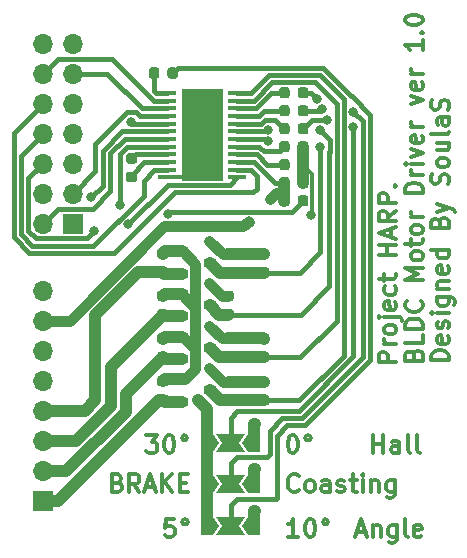
<source format=gtl>
%TF.GenerationSoftware,KiCad,Pcbnew,(5.1.6)-1*%
%TF.CreationDate,2020-08-11T11:23:43+09:00*%
%TF.ProjectId,BLDC_MD_DRV10970,424c4443-5f4d-4445-9f44-525631303937,rev?*%
%TF.SameCoordinates,Original*%
%TF.FileFunction,Copper,L1,Top*%
%TF.FilePolarity,Positive*%
%FSLAX46Y46*%
G04 Gerber Fmt 4.6, Leading zero omitted, Abs format (unit mm)*
G04 Created by KiCad (PCBNEW (5.1.6)-1) date 2020-08-11 11:23:43*
%MOMM*%
%LPD*%
G01*
G04 APERTURE LIST*
%TA.AperFunction,NonConductor*%
%ADD10C,0.300000*%
%TD*%
%TA.AperFunction,SMDPad,CuDef*%
%ADD11R,1.000000X0.700000*%
%TD*%
%TA.AperFunction,SMDPad,CuDef*%
%ADD12C,0.100000*%
%TD*%
%TA.AperFunction,Conductor*%
%ADD13C,0.100000*%
%TD*%
%TA.AperFunction,ComponentPad*%
%ADD14O,1.700000X1.700000*%
%TD*%
%TA.AperFunction,ComponentPad*%
%ADD15R,1.700000X1.700000*%
%TD*%
%TA.AperFunction,SMDPad,CuDef*%
%ADD16R,2.400000X3.280000*%
%TD*%
%TA.AperFunction,SMDPad,CuDef*%
%ADD17R,1.500000X0.450000*%
%TD*%
%TA.AperFunction,ViaPad*%
%ADD18C,0.800000*%
%TD*%
%TA.AperFunction,ViaPad*%
%ADD19C,0.600000*%
%TD*%
%TA.AperFunction,Conductor*%
%ADD20C,0.406400*%
%TD*%
%TA.AperFunction,Conductor*%
%ADD21C,0.914400*%
%TD*%
%TA.AperFunction,Conductor*%
%ADD22C,1.016000*%
%TD*%
%TA.AperFunction,Conductor*%
%ADD23C,0.304800*%
%TD*%
%TA.AperFunction,Conductor*%
%ADD24C,0.025400*%
%TD*%
G04 APERTURE END LIST*
D10*
X167892857Y-118607142D02*
X167964285Y-118392857D01*
X168035714Y-118321428D01*
X168178571Y-118250000D01*
X168392857Y-118250000D01*
X168535714Y-118321428D01*
X168607142Y-118392857D01*
X168678571Y-118535714D01*
X168678571Y-119107142D01*
X167178571Y-119107142D01*
X167178571Y-118607142D01*
X167250000Y-118464285D01*
X167321428Y-118392857D01*
X167464285Y-118321428D01*
X167607142Y-118321428D01*
X167750000Y-118392857D01*
X167821428Y-118464285D01*
X167892857Y-118607142D01*
X167892857Y-119107142D01*
X168678571Y-116892857D02*
X168678571Y-117607142D01*
X167178571Y-117607142D01*
X168678571Y-116392857D02*
X167178571Y-116392857D01*
X167178571Y-116035714D01*
X167250000Y-115821428D01*
X167392857Y-115678571D01*
X167535714Y-115607142D01*
X167821428Y-115535714D01*
X168035714Y-115535714D01*
X168321428Y-115607142D01*
X168464285Y-115678571D01*
X168607142Y-115821428D01*
X168678571Y-116035714D01*
X168678571Y-116392857D01*
X168535714Y-114035714D02*
X168607142Y-114107142D01*
X168678571Y-114321428D01*
X168678571Y-114464285D01*
X168607142Y-114678571D01*
X168464285Y-114821428D01*
X168321428Y-114892857D01*
X168035714Y-114964285D01*
X167821428Y-114964285D01*
X167535714Y-114892857D01*
X167392857Y-114821428D01*
X167250000Y-114678571D01*
X167178571Y-114464285D01*
X167178571Y-114321428D01*
X167250000Y-114107142D01*
X167321428Y-114035714D01*
X168678571Y-112250000D02*
X167178571Y-112250000D01*
X168250000Y-111750000D01*
X167178571Y-111250000D01*
X168678571Y-111250000D01*
X168678571Y-110321428D02*
X168607142Y-110464285D01*
X168535714Y-110535714D01*
X168392857Y-110607142D01*
X167964285Y-110607142D01*
X167821428Y-110535714D01*
X167750000Y-110464285D01*
X167678571Y-110321428D01*
X167678571Y-110107142D01*
X167750000Y-109964285D01*
X167821428Y-109892857D01*
X167964285Y-109821428D01*
X168392857Y-109821428D01*
X168535714Y-109892857D01*
X168607142Y-109964285D01*
X168678571Y-110107142D01*
X168678571Y-110321428D01*
X167678571Y-109392857D02*
X167678571Y-108821428D01*
X167178571Y-109178571D02*
X168464285Y-109178571D01*
X168607142Y-109107142D01*
X168678571Y-108964285D01*
X168678571Y-108821428D01*
X168678571Y-108107142D02*
X168607142Y-108250000D01*
X168535714Y-108321428D01*
X168392857Y-108392857D01*
X167964285Y-108392857D01*
X167821428Y-108321428D01*
X167750000Y-108250000D01*
X167678571Y-108107142D01*
X167678571Y-107892857D01*
X167750000Y-107750000D01*
X167821428Y-107678571D01*
X167964285Y-107607142D01*
X168392857Y-107607142D01*
X168535714Y-107678571D01*
X168607142Y-107750000D01*
X168678571Y-107892857D01*
X168678571Y-108107142D01*
X168678571Y-106964285D02*
X167678571Y-106964285D01*
X167964285Y-106964285D02*
X167821428Y-106892857D01*
X167750000Y-106821428D01*
X167678571Y-106678571D01*
X167678571Y-106535714D01*
X168678571Y-104892857D02*
X167178571Y-104892857D01*
X167178571Y-104535714D01*
X167250000Y-104321428D01*
X167392857Y-104178571D01*
X167535714Y-104107142D01*
X167821428Y-104035714D01*
X168035714Y-104035714D01*
X168321428Y-104107142D01*
X168464285Y-104178571D01*
X168607142Y-104321428D01*
X168678571Y-104535714D01*
X168678571Y-104892857D01*
X168678571Y-103392857D02*
X167678571Y-103392857D01*
X167964285Y-103392857D02*
X167821428Y-103321428D01*
X167750000Y-103250000D01*
X167678571Y-103107142D01*
X167678571Y-102964285D01*
X168678571Y-102464285D02*
X167678571Y-102464285D01*
X167178571Y-102464285D02*
X167250000Y-102535714D01*
X167321428Y-102464285D01*
X167250000Y-102392857D01*
X167178571Y-102464285D01*
X167321428Y-102464285D01*
X167678571Y-101892857D02*
X168678571Y-101535714D01*
X167678571Y-101178571D01*
X168607142Y-100035714D02*
X168678571Y-100178571D01*
X168678571Y-100464285D01*
X168607142Y-100607142D01*
X168464285Y-100678571D01*
X167892857Y-100678571D01*
X167750000Y-100607142D01*
X167678571Y-100464285D01*
X167678571Y-100178571D01*
X167750000Y-100035714D01*
X167892857Y-99964285D01*
X168035714Y-99964285D01*
X168178571Y-100678571D01*
X168678571Y-99321428D02*
X167678571Y-99321428D01*
X167964285Y-99321428D02*
X167821428Y-99250000D01*
X167750000Y-99178571D01*
X167678571Y-99035714D01*
X167678571Y-98892857D01*
X167678571Y-97392857D02*
X168678571Y-97035714D01*
X167678571Y-96678571D01*
X168607142Y-95535714D02*
X168678571Y-95678571D01*
X168678571Y-95964285D01*
X168607142Y-96107142D01*
X168464285Y-96178571D01*
X167892857Y-96178571D01*
X167750000Y-96107142D01*
X167678571Y-95964285D01*
X167678571Y-95678571D01*
X167750000Y-95535714D01*
X167892857Y-95464285D01*
X168035714Y-95464285D01*
X168178571Y-96178571D01*
X168678571Y-94821428D02*
X167678571Y-94821428D01*
X167964285Y-94821428D02*
X167821428Y-94750000D01*
X167750000Y-94678571D01*
X167678571Y-94535714D01*
X167678571Y-94392857D01*
X168678571Y-91964285D02*
X168678571Y-92821428D01*
X168678571Y-92392857D02*
X167178571Y-92392857D01*
X167392857Y-92535714D01*
X167535714Y-92678571D01*
X167607142Y-92821428D01*
X168535714Y-91321428D02*
X168607142Y-91250000D01*
X168678571Y-91321428D01*
X168607142Y-91392857D01*
X168535714Y-91321428D01*
X168678571Y-91321428D01*
X167178571Y-90321428D02*
X167178571Y-90178571D01*
X167250000Y-90035714D01*
X167321428Y-89964285D01*
X167464285Y-89892857D01*
X167750000Y-89821428D01*
X168107142Y-89821428D01*
X168392857Y-89892857D01*
X168535714Y-89964285D01*
X168607142Y-90035714D01*
X168678571Y-90178571D01*
X168678571Y-90321428D01*
X168607142Y-90464285D01*
X168535714Y-90535714D01*
X168392857Y-90607142D01*
X168107142Y-90678571D01*
X167750000Y-90678571D01*
X167464285Y-90607142D01*
X167321428Y-90535714D01*
X167250000Y-90464285D01*
X167178571Y-90321428D01*
X170877771Y-119078800D02*
X169377771Y-119078800D01*
X169377771Y-118721657D01*
X169449200Y-118507371D01*
X169592057Y-118364514D01*
X169734914Y-118293085D01*
X170020628Y-118221657D01*
X170234914Y-118221657D01*
X170520628Y-118293085D01*
X170663485Y-118364514D01*
X170806342Y-118507371D01*
X170877771Y-118721657D01*
X170877771Y-119078800D01*
X170806342Y-117007371D02*
X170877771Y-117150228D01*
X170877771Y-117435942D01*
X170806342Y-117578800D01*
X170663485Y-117650228D01*
X170092057Y-117650228D01*
X169949200Y-117578800D01*
X169877771Y-117435942D01*
X169877771Y-117150228D01*
X169949200Y-117007371D01*
X170092057Y-116935942D01*
X170234914Y-116935942D01*
X170377771Y-117650228D01*
X170806342Y-116364514D02*
X170877771Y-116221657D01*
X170877771Y-115935942D01*
X170806342Y-115793085D01*
X170663485Y-115721657D01*
X170592057Y-115721657D01*
X170449200Y-115793085D01*
X170377771Y-115935942D01*
X170377771Y-116150228D01*
X170306342Y-116293085D01*
X170163485Y-116364514D01*
X170092057Y-116364514D01*
X169949200Y-116293085D01*
X169877771Y-116150228D01*
X169877771Y-115935942D01*
X169949200Y-115793085D01*
X170877771Y-115078800D02*
X169877771Y-115078800D01*
X169377771Y-115078800D02*
X169449200Y-115150228D01*
X169520628Y-115078800D01*
X169449200Y-115007371D01*
X169377771Y-115078800D01*
X169520628Y-115078800D01*
X169877771Y-113721657D02*
X171092057Y-113721657D01*
X171234914Y-113793085D01*
X171306342Y-113864514D01*
X171377771Y-114007371D01*
X171377771Y-114221657D01*
X171306342Y-114364514D01*
X170806342Y-113721657D02*
X170877771Y-113864514D01*
X170877771Y-114150228D01*
X170806342Y-114293085D01*
X170734914Y-114364514D01*
X170592057Y-114435942D01*
X170163485Y-114435942D01*
X170020628Y-114364514D01*
X169949200Y-114293085D01*
X169877771Y-114150228D01*
X169877771Y-113864514D01*
X169949200Y-113721657D01*
X169877771Y-113007371D02*
X170877771Y-113007371D01*
X170020628Y-113007371D02*
X169949200Y-112935942D01*
X169877771Y-112793085D01*
X169877771Y-112578800D01*
X169949200Y-112435942D01*
X170092057Y-112364514D01*
X170877771Y-112364514D01*
X170806342Y-111078800D02*
X170877771Y-111221657D01*
X170877771Y-111507371D01*
X170806342Y-111650228D01*
X170663485Y-111721657D01*
X170092057Y-111721657D01*
X169949200Y-111650228D01*
X169877771Y-111507371D01*
X169877771Y-111221657D01*
X169949200Y-111078800D01*
X170092057Y-111007371D01*
X170234914Y-111007371D01*
X170377771Y-111721657D01*
X170877771Y-109721657D02*
X169377771Y-109721657D01*
X170806342Y-109721657D02*
X170877771Y-109864514D01*
X170877771Y-110150228D01*
X170806342Y-110293085D01*
X170734914Y-110364514D01*
X170592057Y-110435942D01*
X170163485Y-110435942D01*
X170020628Y-110364514D01*
X169949200Y-110293085D01*
X169877771Y-110150228D01*
X169877771Y-109864514D01*
X169949200Y-109721657D01*
X170092057Y-107364514D02*
X170163485Y-107150228D01*
X170234914Y-107078800D01*
X170377771Y-107007371D01*
X170592057Y-107007371D01*
X170734914Y-107078800D01*
X170806342Y-107150228D01*
X170877771Y-107293085D01*
X170877771Y-107864514D01*
X169377771Y-107864514D01*
X169377771Y-107364514D01*
X169449200Y-107221657D01*
X169520628Y-107150228D01*
X169663485Y-107078800D01*
X169806342Y-107078800D01*
X169949200Y-107150228D01*
X170020628Y-107221657D01*
X170092057Y-107364514D01*
X170092057Y-107864514D01*
X169877771Y-106507371D02*
X170877771Y-106150228D01*
X169877771Y-105793085D02*
X170877771Y-106150228D01*
X171234914Y-106293085D01*
X171306342Y-106364514D01*
X171377771Y-106507371D01*
X170806342Y-104150228D02*
X170877771Y-103935942D01*
X170877771Y-103578800D01*
X170806342Y-103435942D01*
X170734914Y-103364514D01*
X170592057Y-103293085D01*
X170449200Y-103293085D01*
X170306342Y-103364514D01*
X170234914Y-103435942D01*
X170163485Y-103578800D01*
X170092057Y-103864514D01*
X170020628Y-104007371D01*
X169949200Y-104078800D01*
X169806342Y-104150228D01*
X169663485Y-104150228D01*
X169520628Y-104078800D01*
X169449200Y-104007371D01*
X169377771Y-103864514D01*
X169377771Y-103507371D01*
X169449200Y-103293085D01*
X170877771Y-102435942D02*
X170806342Y-102578800D01*
X170734914Y-102650228D01*
X170592057Y-102721657D01*
X170163485Y-102721657D01*
X170020628Y-102650228D01*
X169949200Y-102578800D01*
X169877771Y-102435942D01*
X169877771Y-102221657D01*
X169949200Y-102078800D01*
X170020628Y-102007371D01*
X170163485Y-101935942D01*
X170592057Y-101935942D01*
X170734914Y-102007371D01*
X170806342Y-102078800D01*
X170877771Y-102221657D01*
X170877771Y-102435942D01*
X169877771Y-100650228D02*
X170877771Y-100650228D01*
X169877771Y-101293085D02*
X170663485Y-101293085D01*
X170806342Y-101221657D01*
X170877771Y-101078800D01*
X170877771Y-100864514D01*
X170806342Y-100721657D01*
X170734914Y-100650228D01*
X170877771Y-99721657D02*
X170806342Y-99864514D01*
X170663485Y-99935942D01*
X169377771Y-99935942D01*
X170877771Y-98507371D02*
X170092057Y-98507371D01*
X169949200Y-98578800D01*
X169877771Y-98721657D01*
X169877771Y-99007371D01*
X169949200Y-99150228D01*
X170806342Y-98507371D02*
X170877771Y-98650228D01*
X170877771Y-99007371D01*
X170806342Y-99150228D01*
X170663485Y-99221657D01*
X170520628Y-99221657D01*
X170377771Y-99150228D01*
X170306342Y-99007371D01*
X170306342Y-98650228D01*
X170234914Y-98507371D01*
X170806342Y-97864514D02*
X170877771Y-97650228D01*
X170877771Y-97293085D01*
X170806342Y-97150228D01*
X170734914Y-97078800D01*
X170592057Y-97007371D01*
X170449200Y-97007371D01*
X170306342Y-97078800D01*
X170234914Y-97150228D01*
X170163485Y-97293085D01*
X170092057Y-97578800D01*
X170020628Y-97721657D01*
X169949200Y-97793085D01*
X169806342Y-97864514D01*
X169663485Y-97864514D01*
X169520628Y-97793085D01*
X169449200Y-97721657D01*
X169377771Y-97578800D01*
X169377771Y-97221657D01*
X169449200Y-97007371D01*
X166428571Y-119214285D02*
X164928571Y-119214285D01*
X164928571Y-118642857D01*
X165000000Y-118500000D01*
X165071428Y-118428571D01*
X165214285Y-118357142D01*
X165428571Y-118357142D01*
X165571428Y-118428571D01*
X165642857Y-118500000D01*
X165714285Y-118642857D01*
X165714285Y-119214285D01*
X166428571Y-117714285D02*
X165428571Y-117714285D01*
X165714285Y-117714285D02*
X165571428Y-117642857D01*
X165500000Y-117571428D01*
X165428571Y-117428571D01*
X165428571Y-117285714D01*
X166428571Y-116571428D02*
X166357142Y-116714285D01*
X166285714Y-116785714D01*
X166142857Y-116857142D01*
X165714285Y-116857142D01*
X165571428Y-116785714D01*
X165500000Y-116714285D01*
X165428571Y-116571428D01*
X165428571Y-116357142D01*
X165500000Y-116214285D01*
X165571428Y-116142857D01*
X165714285Y-116071428D01*
X166142857Y-116071428D01*
X166285714Y-116142857D01*
X166357142Y-116214285D01*
X166428571Y-116357142D01*
X166428571Y-116571428D01*
X165428571Y-115428571D02*
X166714285Y-115428571D01*
X166857142Y-115500000D01*
X166928571Y-115642857D01*
X166928571Y-115714285D01*
X164928571Y-115428571D02*
X165000000Y-115500000D01*
X165071428Y-115428571D01*
X165000000Y-115357142D01*
X164928571Y-115428571D01*
X165071428Y-115428571D01*
X166357142Y-114142857D02*
X166428571Y-114285714D01*
X166428571Y-114571428D01*
X166357142Y-114714285D01*
X166214285Y-114785714D01*
X165642857Y-114785714D01*
X165500000Y-114714285D01*
X165428571Y-114571428D01*
X165428571Y-114285714D01*
X165500000Y-114142857D01*
X165642857Y-114071428D01*
X165785714Y-114071428D01*
X165928571Y-114785714D01*
X166357142Y-112785714D02*
X166428571Y-112928571D01*
X166428571Y-113214285D01*
X166357142Y-113357142D01*
X166285714Y-113428571D01*
X166142857Y-113500000D01*
X165714285Y-113500000D01*
X165571428Y-113428571D01*
X165500000Y-113357142D01*
X165428571Y-113214285D01*
X165428571Y-112928571D01*
X165500000Y-112785714D01*
X165428571Y-112357142D02*
X165428571Y-111785714D01*
X164928571Y-112142857D02*
X166214285Y-112142857D01*
X166357142Y-112071428D01*
X166428571Y-111928571D01*
X166428571Y-111785714D01*
X166428571Y-110142857D02*
X164928571Y-110142857D01*
X165642857Y-110142857D02*
X165642857Y-109285714D01*
X166428571Y-109285714D02*
X164928571Y-109285714D01*
X166000000Y-108642857D02*
X166000000Y-107928571D01*
X166428571Y-108785714D02*
X164928571Y-108285714D01*
X166428571Y-107785714D01*
X166428571Y-106428571D02*
X165714285Y-106928571D01*
X166428571Y-107285714D02*
X164928571Y-107285714D01*
X164928571Y-106714285D01*
X165000000Y-106571428D01*
X165071428Y-106500000D01*
X165214285Y-106428571D01*
X165428571Y-106428571D01*
X165571428Y-106500000D01*
X165642857Y-106571428D01*
X165714285Y-106714285D01*
X165714285Y-107285714D01*
X166428571Y-105785714D02*
X164928571Y-105785714D01*
X164928571Y-105214285D01*
X165000000Y-105071428D01*
X165071428Y-105000000D01*
X165214285Y-104928571D01*
X165428571Y-104928571D01*
X165571428Y-105000000D01*
X165642857Y-105071428D01*
X165714285Y-105214285D01*
X165714285Y-105785714D01*
X166285714Y-104285714D02*
X166357142Y-104214285D01*
X166428571Y-104285714D01*
X166357142Y-104357142D01*
X166285714Y-104285714D01*
X166428571Y-104285714D01*
X163112000Y-133600000D02*
X163826285Y-133600000D01*
X162969142Y-134028571D02*
X163469142Y-132528571D01*
X163969142Y-134028571D01*
X164469142Y-133028571D02*
X164469142Y-134028571D01*
X164469142Y-133171428D02*
X164540571Y-133100000D01*
X164683428Y-133028571D01*
X164897714Y-133028571D01*
X165040571Y-133100000D01*
X165112000Y-133242857D01*
X165112000Y-134028571D01*
X166469142Y-133028571D02*
X166469142Y-134242857D01*
X166397714Y-134385714D01*
X166326285Y-134457142D01*
X166183428Y-134528571D01*
X165969142Y-134528571D01*
X165826285Y-134457142D01*
X166469142Y-133957142D02*
X166326285Y-134028571D01*
X166040571Y-134028571D01*
X165897714Y-133957142D01*
X165826285Y-133885714D01*
X165754857Y-133742857D01*
X165754857Y-133314285D01*
X165826285Y-133171428D01*
X165897714Y-133100000D01*
X166040571Y-133028571D01*
X166326285Y-133028571D01*
X166469142Y-133100000D01*
X167397714Y-134028571D02*
X167254857Y-133957142D01*
X167183428Y-133814285D01*
X167183428Y-132528571D01*
X168540571Y-133957142D02*
X168397714Y-134028571D01*
X168112000Y-134028571D01*
X167969142Y-133957142D01*
X167897714Y-133814285D01*
X167897714Y-133242857D01*
X167969142Y-133100000D01*
X168112000Y-133028571D01*
X168397714Y-133028571D01*
X168540571Y-133100000D01*
X168612000Y-133242857D01*
X168612000Y-133385714D01*
X167897714Y-133528571D01*
X164477142Y-126916571D02*
X164477142Y-125416571D01*
X164477142Y-126130857D02*
X165334285Y-126130857D01*
X165334285Y-126916571D02*
X165334285Y-125416571D01*
X166691428Y-126916571D02*
X166691428Y-126130857D01*
X166620000Y-125988000D01*
X166477142Y-125916571D01*
X166191428Y-125916571D01*
X166048571Y-125988000D01*
X166691428Y-126845142D02*
X166548571Y-126916571D01*
X166191428Y-126916571D01*
X166048571Y-126845142D01*
X165977142Y-126702285D01*
X165977142Y-126559428D01*
X166048571Y-126416571D01*
X166191428Y-126345142D01*
X166548571Y-126345142D01*
X166691428Y-126273714D01*
X167620000Y-126916571D02*
X167477142Y-126845142D01*
X167405714Y-126702285D01*
X167405714Y-125416571D01*
X168405714Y-126916571D02*
X168262857Y-126845142D01*
X168191428Y-126702285D01*
X168191428Y-125416571D01*
X147613714Y-132528571D02*
X146899428Y-132528571D01*
X146828000Y-133242857D01*
X146899428Y-133171428D01*
X147042285Y-133100000D01*
X147399428Y-133100000D01*
X147542285Y-133171428D01*
X147613714Y-133242857D01*
X147685142Y-133385714D01*
X147685142Y-133742857D01*
X147613714Y-133885714D01*
X147542285Y-133957142D01*
X147399428Y-134028571D01*
X147042285Y-134028571D01*
X146899428Y-133957142D01*
X146828000Y-133885714D01*
X148542285Y-132528571D02*
X148399428Y-132600000D01*
X148328000Y-132742857D01*
X148399428Y-132885714D01*
X148542285Y-132957142D01*
X148685142Y-132885714D01*
X148756571Y-132742857D01*
X148685142Y-132600000D01*
X148542285Y-132528571D01*
X158146857Y-134028571D02*
X157289714Y-134028571D01*
X157718285Y-134028571D02*
X157718285Y-132528571D01*
X157575428Y-132742857D01*
X157432571Y-132885714D01*
X157289714Y-132957142D01*
X159075428Y-132528571D02*
X159218285Y-132528571D01*
X159361142Y-132600000D01*
X159432571Y-132671428D01*
X159504000Y-132814285D01*
X159575428Y-133100000D01*
X159575428Y-133457142D01*
X159504000Y-133742857D01*
X159432571Y-133885714D01*
X159361142Y-133957142D01*
X159218285Y-134028571D01*
X159075428Y-134028571D01*
X158932571Y-133957142D01*
X158861142Y-133885714D01*
X158789714Y-133742857D01*
X158718285Y-133457142D01*
X158718285Y-133100000D01*
X158789714Y-132814285D01*
X158861142Y-132671428D01*
X158932571Y-132600000D01*
X159075428Y-132528571D01*
X160432571Y-132528571D02*
X160289714Y-132600000D01*
X160218285Y-132742857D01*
X160289714Y-132885714D01*
X160432571Y-132957142D01*
X160575428Y-132885714D01*
X160646857Y-132742857D01*
X160575428Y-132600000D01*
X160432571Y-132528571D01*
X158155142Y-130075714D02*
X158083714Y-130147142D01*
X157869428Y-130218571D01*
X157726571Y-130218571D01*
X157512285Y-130147142D01*
X157369428Y-130004285D01*
X157298000Y-129861428D01*
X157226571Y-129575714D01*
X157226571Y-129361428D01*
X157298000Y-129075714D01*
X157369428Y-128932857D01*
X157512285Y-128790000D01*
X157726571Y-128718571D01*
X157869428Y-128718571D01*
X158083714Y-128790000D01*
X158155142Y-128861428D01*
X159012285Y-130218571D02*
X158869428Y-130147142D01*
X158798000Y-130075714D01*
X158726571Y-129932857D01*
X158726571Y-129504285D01*
X158798000Y-129361428D01*
X158869428Y-129290000D01*
X159012285Y-129218571D01*
X159226571Y-129218571D01*
X159369428Y-129290000D01*
X159440857Y-129361428D01*
X159512285Y-129504285D01*
X159512285Y-129932857D01*
X159440857Y-130075714D01*
X159369428Y-130147142D01*
X159226571Y-130218571D01*
X159012285Y-130218571D01*
X160798000Y-130218571D02*
X160798000Y-129432857D01*
X160726571Y-129290000D01*
X160583714Y-129218571D01*
X160298000Y-129218571D01*
X160155142Y-129290000D01*
X160798000Y-130147142D02*
X160655142Y-130218571D01*
X160298000Y-130218571D01*
X160155142Y-130147142D01*
X160083714Y-130004285D01*
X160083714Y-129861428D01*
X160155142Y-129718571D01*
X160298000Y-129647142D01*
X160655142Y-129647142D01*
X160798000Y-129575714D01*
X161440857Y-130147142D02*
X161583714Y-130218571D01*
X161869428Y-130218571D01*
X162012285Y-130147142D01*
X162083714Y-130004285D01*
X162083714Y-129932857D01*
X162012285Y-129790000D01*
X161869428Y-129718571D01*
X161655142Y-129718571D01*
X161512285Y-129647142D01*
X161440857Y-129504285D01*
X161440857Y-129432857D01*
X161512285Y-129290000D01*
X161655142Y-129218571D01*
X161869428Y-129218571D01*
X162012285Y-129290000D01*
X162512285Y-129218571D02*
X163083714Y-129218571D01*
X162726571Y-128718571D02*
X162726571Y-130004285D01*
X162798000Y-130147142D01*
X162940857Y-130218571D01*
X163083714Y-130218571D01*
X163583714Y-130218571D02*
X163583714Y-129218571D01*
X163583714Y-128718571D02*
X163512285Y-128790000D01*
X163583714Y-128861428D01*
X163655142Y-128790000D01*
X163583714Y-128718571D01*
X163583714Y-128861428D01*
X164298000Y-129218571D02*
X164298000Y-130218571D01*
X164298000Y-129361428D02*
X164369428Y-129290000D01*
X164512285Y-129218571D01*
X164726571Y-129218571D01*
X164869428Y-129290000D01*
X164940857Y-129432857D01*
X164940857Y-130218571D01*
X166298000Y-129218571D02*
X166298000Y-130432857D01*
X166226571Y-130575714D01*
X166155142Y-130647142D01*
X166012285Y-130718571D01*
X165798000Y-130718571D01*
X165655142Y-130647142D01*
X166298000Y-130147142D02*
X166155142Y-130218571D01*
X165869428Y-130218571D01*
X165726571Y-130147142D01*
X165655142Y-130075714D01*
X165583714Y-129932857D01*
X165583714Y-129504285D01*
X165655142Y-129361428D01*
X165726571Y-129290000D01*
X165869428Y-129218571D01*
X166155142Y-129218571D01*
X166298000Y-129290000D01*
X142827714Y-129432857D02*
X143042000Y-129504285D01*
X143113428Y-129575714D01*
X143184857Y-129718571D01*
X143184857Y-129932857D01*
X143113428Y-130075714D01*
X143042000Y-130147142D01*
X142899142Y-130218571D01*
X142327714Y-130218571D01*
X142327714Y-128718571D01*
X142827714Y-128718571D01*
X142970571Y-128790000D01*
X143042000Y-128861428D01*
X143113428Y-129004285D01*
X143113428Y-129147142D01*
X143042000Y-129290000D01*
X142970571Y-129361428D01*
X142827714Y-129432857D01*
X142327714Y-129432857D01*
X144684857Y-130218571D02*
X144184857Y-129504285D01*
X143827714Y-130218571D02*
X143827714Y-128718571D01*
X144399142Y-128718571D01*
X144542000Y-128790000D01*
X144613428Y-128861428D01*
X144684857Y-129004285D01*
X144684857Y-129218571D01*
X144613428Y-129361428D01*
X144542000Y-129432857D01*
X144399142Y-129504285D01*
X143827714Y-129504285D01*
X145256285Y-129790000D02*
X145970571Y-129790000D01*
X145113428Y-130218571D02*
X145613428Y-128718571D01*
X146113428Y-130218571D01*
X146613428Y-130218571D02*
X146613428Y-128718571D01*
X147470571Y-130218571D02*
X146827714Y-129361428D01*
X147470571Y-128718571D02*
X146613428Y-129575714D01*
X148113428Y-129432857D02*
X148613428Y-129432857D01*
X148827714Y-130218571D02*
X148113428Y-130218571D01*
X148113428Y-128718571D01*
X148827714Y-128718571D01*
X145280285Y-125416571D02*
X146208857Y-125416571D01*
X145708857Y-125988000D01*
X145923142Y-125988000D01*
X146066000Y-126059428D01*
X146137428Y-126130857D01*
X146208857Y-126273714D01*
X146208857Y-126630857D01*
X146137428Y-126773714D01*
X146066000Y-126845142D01*
X145923142Y-126916571D01*
X145494571Y-126916571D01*
X145351714Y-126845142D01*
X145280285Y-126773714D01*
X147137428Y-125416571D02*
X147280285Y-125416571D01*
X147423142Y-125488000D01*
X147494571Y-125559428D01*
X147566000Y-125702285D01*
X147637428Y-125988000D01*
X147637428Y-126345142D01*
X147566000Y-126630857D01*
X147494571Y-126773714D01*
X147423142Y-126845142D01*
X147280285Y-126916571D01*
X147137428Y-126916571D01*
X146994571Y-126845142D01*
X146923142Y-126773714D01*
X146851714Y-126630857D01*
X146780285Y-126345142D01*
X146780285Y-125988000D01*
X146851714Y-125702285D01*
X146923142Y-125559428D01*
X146994571Y-125488000D01*
X147137428Y-125416571D01*
X148494571Y-125416571D02*
X148351714Y-125488000D01*
X148280285Y-125630857D01*
X148351714Y-125773714D01*
X148494571Y-125845142D01*
X148637428Y-125773714D01*
X148708857Y-125630857D01*
X148637428Y-125488000D01*
X148494571Y-125416571D01*
X157599142Y-125416571D02*
X157742000Y-125416571D01*
X157884857Y-125488000D01*
X157956285Y-125559428D01*
X158027714Y-125702285D01*
X158099142Y-125988000D01*
X158099142Y-126345142D01*
X158027714Y-126630857D01*
X157956285Y-126773714D01*
X157884857Y-126845142D01*
X157742000Y-126916571D01*
X157599142Y-126916571D01*
X157456285Y-126845142D01*
X157384857Y-126773714D01*
X157313428Y-126630857D01*
X157242000Y-126345142D01*
X157242000Y-125988000D01*
X157313428Y-125702285D01*
X157384857Y-125559428D01*
X157456285Y-125488000D01*
X157599142Y-125416571D01*
X158956285Y-125416571D02*
X158813428Y-125488000D01*
X158742000Y-125630857D01*
X158813428Y-125773714D01*
X158956285Y-125845142D01*
X159099142Y-125773714D01*
X159170571Y-125630857D01*
X159099142Y-125488000D01*
X158956285Y-125416571D01*
%TO.P,R15,2*%
%TO.N,Net-(JP3-Pad2)*%
%TA.AperFunction,SMDPad,CuDef*%
G36*
G01*
X158099240Y-98198650D02*
X158099240Y-97686150D01*
G75*
G02*
X158317990Y-97467400I218750J0D01*
G01*
X158755490Y-97467400D01*
G75*
G02*
X158974240Y-97686150I0J-218750D01*
G01*
X158974240Y-98198650D01*
G75*
G02*
X158755490Y-98417400I-218750J0D01*
G01*
X158317990Y-98417400D01*
G75*
G02*
X158099240Y-98198650I0J218750D01*
G01*
G37*
%TD.AperFunction*%
%TO.P,R15,1*%
%TO.N,/BRKMOD*%
%TA.AperFunction,SMDPad,CuDef*%
G36*
G01*
X156524240Y-98198650D02*
X156524240Y-97686150D01*
G75*
G02*
X156742990Y-97467400I218750J0D01*
G01*
X157180490Y-97467400D01*
G75*
G02*
X157399240Y-97686150I0J-218750D01*
G01*
X157399240Y-98198650D01*
G75*
G02*
X157180490Y-98417400I-218750J0D01*
G01*
X156742990Y-98417400D01*
G75*
G02*
X156524240Y-98198650I0J218750D01*
G01*
G37*
%TD.AperFunction*%
%TD*%
%TO.P,R14,2*%
%TO.N,Net-(JP2-Pad2)*%
%TA.AperFunction,SMDPad,CuDef*%
G36*
G01*
X147060400Y-94998250D02*
X147060400Y-94485750D01*
G75*
G02*
X147279150Y-94267000I218750J0D01*
G01*
X147716650Y-94267000D01*
G75*
G02*
X147935400Y-94485750I0J-218750D01*
G01*
X147935400Y-94998250D01*
G75*
G02*
X147716650Y-95217000I-218750J0D01*
G01*
X147279150Y-95217000D01*
G75*
G02*
X147060400Y-94998250I0J218750D01*
G01*
G37*
%TD.AperFunction*%
%TO.P,R14,1*%
%TO.N,/DAA*%
%TA.AperFunction,SMDPad,CuDef*%
G36*
G01*
X145485400Y-94998250D02*
X145485400Y-94485750D01*
G75*
G02*
X145704150Y-94267000I218750J0D01*
G01*
X146141650Y-94267000D01*
G75*
G02*
X146360400Y-94485750I0J-218750D01*
G01*
X146360400Y-94998250D01*
G75*
G02*
X146141650Y-95217000I-218750J0D01*
G01*
X145704150Y-95217000D01*
G75*
G02*
X145485400Y-94998250I0J218750D01*
G01*
G37*
%TD.AperFunction*%
%TD*%
%TO.P,R13,2*%
%TO.N,GND*%
%TA.AperFunction,SMDPad,CuDef*%
G36*
G01*
X158099240Y-101246650D02*
X158099240Y-100734150D01*
G75*
G02*
X158317990Y-100515400I218750J0D01*
G01*
X158755490Y-100515400D01*
G75*
G02*
X158974240Y-100734150I0J-218750D01*
G01*
X158974240Y-101246650D01*
G75*
G02*
X158755490Y-101465400I-218750J0D01*
G01*
X158317990Y-101465400D01*
G75*
G02*
X158099240Y-101246650I0J218750D01*
G01*
G37*
%TD.AperFunction*%
%TO.P,R13,1*%
%TO.N,/CS*%
%TA.AperFunction,SMDPad,CuDef*%
G36*
G01*
X156524240Y-101246650D02*
X156524240Y-100734150D01*
G75*
G02*
X156742990Y-100515400I218750J0D01*
G01*
X157180490Y-100515400D01*
G75*
G02*
X157399240Y-100734150I0J-218750D01*
G01*
X157399240Y-101246650D01*
G75*
G02*
X157180490Y-101465400I-218750J0D01*
G01*
X156742990Y-101465400D01*
G75*
G02*
X156524240Y-101246650I0J218750D01*
G01*
G37*
%TD.AperFunction*%
%TD*%
%TO.P,R12,2*%
%TO.N,/FR*%
%TA.AperFunction,SMDPad,CuDef*%
G36*
G01*
X154937750Y-118358400D02*
X155450250Y-118358400D01*
G75*
G02*
X155669000Y-118577150I0J-218750D01*
G01*
X155669000Y-119014650D01*
G75*
G02*
X155450250Y-119233400I-218750J0D01*
G01*
X154937750Y-119233400D01*
G75*
G02*
X154719000Y-119014650I0J218750D01*
G01*
X154719000Y-118577150D01*
G75*
G02*
X154937750Y-118358400I218750J0D01*
G01*
G37*
%TD.AperFunction*%
%TO.P,R12,1*%
%TO.N,+5V*%
%TA.AperFunction,SMDPad,CuDef*%
G36*
G01*
X154937750Y-116783400D02*
X155450250Y-116783400D01*
G75*
G02*
X155669000Y-117002150I0J-218750D01*
G01*
X155669000Y-117439650D01*
G75*
G02*
X155450250Y-117658400I-218750J0D01*
G01*
X154937750Y-117658400D01*
G75*
G02*
X154719000Y-117439650I0J218750D01*
G01*
X154719000Y-117002150D01*
G75*
G02*
X154937750Y-116783400I218750J0D01*
G01*
G37*
%TD.AperFunction*%
%TD*%
%TO.P,R11,2*%
%TO.N,Net-(JP1-Pad2)*%
%TA.AperFunction,SMDPad,CuDef*%
G36*
G01*
X158099240Y-99722650D02*
X158099240Y-99210150D01*
G75*
G02*
X158317990Y-98991400I218750J0D01*
G01*
X158755490Y-98991400D01*
G75*
G02*
X158974240Y-99210150I0J-218750D01*
G01*
X158974240Y-99722650D01*
G75*
G02*
X158755490Y-99941400I-218750J0D01*
G01*
X158317990Y-99941400D01*
G75*
G02*
X158099240Y-99722650I0J218750D01*
G01*
G37*
%TD.AperFunction*%
%TO.P,R11,1*%
%TO.N,/CMTMOD*%
%TA.AperFunction,SMDPad,CuDef*%
G36*
G01*
X156524240Y-99722650D02*
X156524240Y-99210150D01*
G75*
G02*
X156742990Y-98991400I218750J0D01*
G01*
X157180490Y-98991400D01*
G75*
G02*
X157399240Y-99210150I0J-218750D01*
G01*
X157399240Y-99722650D01*
G75*
G02*
X157180490Y-99941400I-218750J0D01*
G01*
X156742990Y-99941400D01*
G75*
G02*
X156524240Y-99722650I0J218750D01*
G01*
G37*
%TD.AperFunction*%
%TD*%
%TO.P,R10,2*%
%TO.N,/RD*%
%TA.AperFunction,SMDPad,CuDef*%
G36*
G01*
X154937750Y-111195600D02*
X155450250Y-111195600D01*
G75*
G02*
X155669000Y-111414350I0J-218750D01*
G01*
X155669000Y-111851850D01*
G75*
G02*
X155450250Y-112070600I-218750J0D01*
G01*
X154937750Y-112070600D01*
G75*
G02*
X154719000Y-111851850I0J218750D01*
G01*
X154719000Y-111414350D01*
G75*
G02*
X154937750Y-111195600I218750J0D01*
G01*
G37*
%TD.AperFunction*%
%TO.P,R10,1*%
%TO.N,+5V*%
%TA.AperFunction,SMDPad,CuDef*%
G36*
G01*
X154937750Y-109620600D02*
X155450250Y-109620600D01*
G75*
G02*
X155669000Y-109839350I0J-218750D01*
G01*
X155669000Y-110276850D01*
G75*
G02*
X155450250Y-110495600I-218750J0D01*
G01*
X154937750Y-110495600D01*
G75*
G02*
X154719000Y-110276850I0J218750D01*
G01*
X154719000Y-109839350D01*
G75*
G02*
X154937750Y-109620600I218750J0D01*
G01*
G37*
%TD.AperFunction*%
%TD*%
%TO.P,R9,2*%
%TO.N,/FG*%
%TA.AperFunction,SMDPad,CuDef*%
G36*
G01*
X154937750Y-122016000D02*
X155450250Y-122016000D01*
G75*
G02*
X155669000Y-122234750I0J-218750D01*
G01*
X155669000Y-122672250D01*
G75*
G02*
X155450250Y-122891000I-218750J0D01*
G01*
X154937750Y-122891000D01*
G75*
G02*
X154719000Y-122672250I0J218750D01*
G01*
X154719000Y-122234750D01*
G75*
G02*
X154937750Y-122016000I218750J0D01*
G01*
G37*
%TD.AperFunction*%
%TO.P,R9,1*%
%TO.N,+5V*%
%TA.AperFunction,SMDPad,CuDef*%
G36*
G01*
X154937750Y-120441000D02*
X155450250Y-120441000D01*
G75*
G02*
X155669000Y-120659750I0J-218750D01*
G01*
X155669000Y-121097250D01*
G75*
G02*
X155450250Y-121316000I-218750J0D01*
G01*
X154937750Y-121316000D01*
G75*
G02*
X154719000Y-121097250I0J218750D01*
G01*
X154719000Y-120659750D01*
G75*
G02*
X154937750Y-120441000I218750J0D01*
G01*
G37*
%TD.AperFunction*%
%TD*%
%TO.P,R8,2*%
%TO.N,/RD*%
%TA.AperFunction,SMDPad,CuDef*%
G36*
G01*
X151940550Y-111220900D02*
X152453050Y-111220900D01*
G75*
G02*
X152671800Y-111439650I0J-218750D01*
G01*
X152671800Y-111877150D01*
G75*
G02*
X152453050Y-112095900I-218750J0D01*
G01*
X151940550Y-112095900D01*
G75*
G02*
X151721800Y-111877150I0J218750D01*
G01*
X151721800Y-111439650D01*
G75*
G02*
X151940550Y-111220900I218750J0D01*
G01*
G37*
%TD.AperFunction*%
%TO.P,R8,1*%
%TO.N,+5V*%
%TA.AperFunction,SMDPad,CuDef*%
G36*
G01*
X151940550Y-109645900D02*
X152453050Y-109645900D01*
G75*
G02*
X152671800Y-109864650I0J-218750D01*
G01*
X152671800Y-110302150D01*
G75*
G02*
X152453050Y-110520900I-218750J0D01*
G01*
X151940550Y-110520900D01*
G75*
G02*
X151721800Y-110302150I0J218750D01*
G01*
X151721800Y-109864650D01*
G75*
G02*
X151940550Y-109645900I218750J0D01*
G01*
G37*
%TD.AperFunction*%
%TD*%
%TO.P,R7,2*%
%TO.N,/PWM*%
%TA.AperFunction,SMDPad,CuDef*%
G36*
G01*
X151940550Y-114751600D02*
X152453050Y-114751600D01*
G75*
G02*
X152671800Y-114970350I0J-218750D01*
G01*
X152671800Y-115407850D01*
G75*
G02*
X152453050Y-115626600I-218750J0D01*
G01*
X151940550Y-115626600D01*
G75*
G02*
X151721800Y-115407850I0J218750D01*
G01*
X151721800Y-114970350D01*
G75*
G02*
X151940550Y-114751600I218750J0D01*
G01*
G37*
%TD.AperFunction*%
%TO.P,R7,1*%
%TO.N,+5V*%
%TA.AperFunction,SMDPad,CuDef*%
G36*
G01*
X151940550Y-113176600D02*
X152453050Y-113176600D01*
G75*
G02*
X152671800Y-113395350I0J-218750D01*
G01*
X152671800Y-113832850D01*
G75*
G02*
X152453050Y-114051600I-218750J0D01*
G01*
X151940550Y-114051600D01*
G75*
G02*
X151721800Y-113832850I0J218750D01*
G01*
X151721800Y-113395350D01*
G75*
G02*
X151940550Y-113176600I218750J0D01*
G01*
G37*
%TD.AperFunction*%
%TD*%
%TO.P,R6,2*%
%TO.N,/FR*%
%TA.AperFunction,SMDPad,CuDef*%
G36*
G01*
X151940550Y-118332900D02*
X152453050Y-118332900D01*
G75*
G02*
X152671800Y-118551650I0J-218750D01*
G01*
X152671800Y-118989150D01*
G75*
G02*
X152453050Y-119207900I-218750J0D01*
G01*
X151940550Y-119207900D01*
G75*
G02*
X151721800Y-118989150I0J218750D01*
G01*
X151721800Y-118551650D01*
G75*
G02*
X151940550Y-118332900I218750J0D01*
G01*
G37*
%TD.AperFunction*%
%TO.P,R6,1*%
%TO.N,+5V*%
%TA.AperFunction,SMDPad,CuDef*%
G36*
G01*
X151940550Y-116757900D02*
X152453050Y-116757900D01*
G75*
G02*
X152671800Y-116976650I0J-218750D01*
G01*
X152671800Y-117414150D01*
G75*
G02*
X152453050Y-117632900I-218750J0D01*
G01*
X151940550Y-117632900D01*
G75*
G02*
X151721800Y-117414150I0J218750D01*
G01*
X151721800Y-116976650D01*
G75*
G02*
X151940550Y-116757900I218750J0D01*
G01*
G37*
%TD.AperFunction*%
%TD*%
%TO.P,R5,2*%
%TO.N,/FG*%
%TA.AperFunction,SMDPad,CuDef*%
G36*
G01*
X151991350Y-122016000D02*
X152503850Y-122016000D01*
G75*
G02*
X152722600Y-122234750I0J-218750D01*
G01*
X152722600Y-122672250D01*
G75*
G02*
X152503850Y-122891000I-218750J0D01*
G01*
X151991350Y-122891000D01*
G75*
G02*
X151772600Y-122672250I0J218750D01*
G01*
X151772600Y-122234750D01*
G75*
G02*
X151991350Y-122016000I218750J0D01*
G01*
G37*
%TD.AperFunction*%
%TO.P,R5,1*%
%TO.N,+5V*%
%TA.AperFunction,SMDPad,CuDef*%
G36*
G01*
X151991350Y-120441000D02*
X152503850Y-120441000D01*
G75*
G02*
X152722600Y-120659750I0J-218750D01*
G01*
X152722600Y-121097250D01*
G75*
G02*
X152503850Y-121316000I-218750J0D01*
G01*
X151991350Y-121316000D01*
G75*
G02*
X151772600Y-121097250I0J218750D01*
G01*
X151772600Y-120659750D01*
G75*
G02*
X151991350Y-120441000I218750J0D01*
G01*
G37*
%TD.AperFunction*%
%TD*%
%TO.P,R4,2*%
%TO.N,/RD3V3*%
%TA.AperFunction,SMDPad,CuDef*%
G36*
G01*
X146403350Y-111170100D02*
X146915850Y-111170100D01*
G75*
G02*
X147134600Y-111388850I0J-218750D01*
G01*
X147134600Y-111826350D01*
G75*
G02*
X146915850Y-112045100I-218750J0D01*
G01*
X146403350Y-112045100D01*
G75*
G02*
X146184600Y-111826350I0J218750D01*
G01*
X146184600Y-111388850D01*
G75*
G02*
X146403350Y-111170100I218750J0D01*
G01*
G37*
%TD.AperFunction*%
%TO.P,R4,1*%
%TO.N,+3V3*%
%TA.AperFunction,SMDPad,CuDef*%
G36*
G01*
X146403350Y-109595100D02*
X146915850Y-109595100D01*
G75*
G02*
X147134600Y-109813850I0J-218750D01*
G01*
X147134600Y-110251350D01*
G75*
G02*
X146915850Y-110470100I-218750J0D01*
G01*
X146403350Y-110470100D01*
G75*
G02*
X146184600Y-110251350I0J218750D01*
G01*
X146184600Y-109813850D01*
G75*
G02*
X146403350Y-109595100I218750J0D01*
G01*
G37*
%TD.AperFunction*%
%TD*%
%TO.P,R3,2*%
%TO.N,/PWM3V3*%
%TA.AperFunction,SMDPad,CuDef*%
G36*
G01*
X146403350Y-114751600D02*
X146915850Y-114751600D01*
G75*
G02*
X147134600Y-114970350I0J-218750D01*
G01*
X147134600Y-115407850D01*
G75*
G02*
X146915850Y-115626600I-218750J0D01*
G01*
X146403350Y-115626600D01*
G75*
G02*
X146184600Y-115407850I0J218750D01*
G01*
X146184600Y-114970350D01*
G75*
G02*
X146403350Y-114751600I218750J0D01*
G01*
G37*
%TD.AperFunction*%
%TO.P,R3,1*%
%TO.N,+3V3*%
%TA.AperFunction,SMDPad,CuDef*%
G36*
G01*
X146403350Y-113176600D02*
X146915850Y-113176600D01*
G75*
G02*
X147134600Y-113395350I0J-218750D01*
G01*
X147134600Y-113832850D01*
G75*
G02*
X146915850Y-114051600I-218750J0D01*
G01*
X146403350Y-114051600D01*
G75*
G02*
X146184600Y-113832850I0J218750D01*
G01*
X146184600Y-113395350D01*
G75*
G02*
X146403350Y-113176600I218750J0D01*
G01*
G37*
%TD.AperFunction*%
%TD*%
%TO.P,R2,2*%
%TO.N,/FR3V3*%
%TA.AperFunction,SMDPad,CuDef*%
G36*
G01*
X146403350Y-118358400D02*
X146915850Y-118358400D01*
G75*
G02*
X147134600Y-118577150I0J-218750D01*
G01*
X147134600Y-119014650D01*
G75*
G02*
X146915850Y-119233400I-218750J0D01*
G01*
X146403350Y-119233400D01*
G75*
G02*
X146184600Y-119014650I0J218750D01*
G01*
X146184600Y-118577150D01*
G75*
G02*
X146403350Y-118358400I218750J0D01*
G01*
G37*
%TD.AperFunction*%
%TO.P,R2,1*%
%TO.N,+3V3*%
%TA.AperFunction,SMDPad,CuDef*%
G36*
G01*
X146403350Y-116783400D02*
X146915850Y-116783400D01*
G75*
G02*
X147134600Y-117002150I0J-218750D01*
G01*
X147134600Y-117439650D01*
G75*
G02*
X146915850Y-117658400I-218750J0D01*
G01*
X146403350Y-117658400D01*
G75*
G02*
X146184600Y-117439650I0J218750D01*
G01*
X146184600Y-117002150D01*
G75*
G02*
X146403350Y-116783400I218750J0D01*
G01*
G37*
%TD.AperFunction*%
%TD*%
%TO.P,R1,2*%
%TO.N,/FG3V3*%
%TA.AperFunction,SMDPad,CuDef*%
G36*
G01*
X146403350Y-121965200D02*
X146915850Y-121965200D01*
G75*
G02*
X147134600Y-122183950I0J-218750D01*
G01*
X147134600Y-122621450D01*
G75*
G02*
X146915850Y-122840200I-218750J0D01*
G01*
X146403350Y-122840200D01*
G75*
G02*
X146184600Y-122621450I0J218750D01*
G01*
X146184600Y-122183950D01*
G75*
G02*
X146403350Y-121965200I218750J0D01*
G01*
G37*
%TD.AperFunction*%
%TO.P,R1,1*%
%TO.N,+3V3*%
%TA.AperFunction,SMDPad,CuDef*%
G36*
G01*
X146403350Y-120390200D02*
X146915850Y-120390200D01*
G75*
G02*
X147134600Y-120608950I0J-218750D01*
G01*
X147134600Y-121046450D01*
G75*
G02*
X146915850Y-121265200I-218750J0D01*
G01*
X146403350Y-121265200D01*
G75*
G02*
X146184600Y-121046450I0J218750D01*
G01*
X146184600Y-120608950D01*
G75*
G02*
X146403350Y-120390200I218750J0D01*
G01*
G37*
%TD.AperFunction*%
%TD*%
D11*
%TO.P,Q4,3*%
%TO.N,/RD*%
X150653600Y-110794800D03*
%TO.P,Q4,2*%
%TO.N,/RD3V3*%
X148253600Y-111744800D03*
%TO.P,Q4,1*%
%TO.N,+3V3*%
X148253600Y-109844800D03*
%TD*%
%TO.P,Q3,3*%
%TO.N,/PWM*%
X150653600Y-114401600D03*
%TO.P,Q3,2*%
%TO.N,/PWM3V3*%
X148253600Y-115351600D03*
%TO.P,Q3,1*%
%TO.N,+3V3*%
X148253600Y-113451600D03*
%TD*%
%TO.P,Q2,3*%
%TO.N,/FR*%
X150653600Y-118008400D03*
%TO.P,Q2,2*%
%TO.N,/FR3V3*%
X148253600Y-118958400D03*
%TO.P,Q2,1*%
%TO.N,+3V3*%
X148253600Y-117058400D03*
%TD*%
%TO.P,Q1,3*%
%TO.N,/FG*%
X150653600Y-121615200D03*
%TO.P,Q1,2*%
%TO.N,/FG3V3*%
X148253600Y-122565200D03*
%TO.P,Q1,1*%
%TO.N,+3V3*%
X148253600Y-120665200D03*
%TD*%
%TA.AperFunction,SMDPad,CuDef*%
D12*
%TO.P,JP3,3*%
%TO.N,+5V*%
G36*
X151400000Y-129540000D02*
G01*
X150900000Y-130290000D01*
X149900000Y-130290000D01*
X149900000Y-128790000D01*
X150900000Y-128790000D01*
X151400000Y-129540000D01*
G37*
%TD.AperFunction*%
%TA.AperFunction,Conductor*%
D13*
%TD*%
%TO.N,Net-(JP3-Pad2)*%
%TO.C,JP3*%
G36*
X151700000Y-129540000D02*
G01*
X151200000Y-128790000D01*
X153600000Y-128790000D01*
X153100000Y-129540000D01*
X153600000Y-130290000D01*
X151200000Y-130290000D01*
X151700000Y-129540000D01*
G37*
%TD.AperFunction*%
%TA.AperFunction,SMDPad,CuDef*%
D12*
%TO.P,JP3,1*%
%TO.N,GND*%
G36*
X153400000Y-129540000D02*
G01*
X153900000Y-128790000D01*
X154900000Y-128790000D01*
X154900000Y-130290000D01*
X153900000Y-130290000D01*
X153400000Y-129540000D01*
G37*
%TD.AperFunction*%
%TD*%
%TA.AperFunction,SMDPad,CuDef*%
%TO.P,JP2,3*%
%TO.N,+5V*%
G36*
X151400000Y-133096000D02*
G01*
X150900000Y-133846000D01*
X149900000Y-133846000D01*
X149900000Y-132346000D01*
X150900000Y-132346000D01*
X151400000Y-133096000D01*
G37*
%TD.AperFunction*%
%TA.AperFunction,Conductor*%
D13*
%TD*%
%TO.N,Net-(JP2-Pad2)*%
%TO.C,JP2*%
G36*
X151700000Y-133096000D02*
G01*
X151200000Y-132346000D01*
X153600000Y-132346000D01*
X153100000Y-133096000D01*
X153600000Y-133846000D01*
X151200000Y-133846000D01*
X151700000Y-133096000D01*
G37*
%TD.AperFunction*%
%TA.AperFunction,SMDPad,CuDef*%
D12*
%TO.P,JP2,1*%
%TO.N,GND*%
G36*
X153400000Y-133096000D02*
G01*
X153900000Y-132346000D01*
X154900000Y-132346000D01*
X154900000Y-133846000D01*
X153900000Y-133846000D01*
X153400000Y-133096000D01*
G37*
%TD.AperFunction*%
%TD*%
%TA.AperFunction,SMDPad,CuDef*%
%TO.P,JP1,3*%
%TO.N,+5V*%
G36*
X151400000Y-126085600D02*
G01*
X150900000Y-126835600D01*
X149900000Y-126835600D01*
X149900000Y-125335600D01*
X150900000Y-125335600D01*
X151400000Y-126085600D01*
G37*
%TD.AperFunction*%
%TA.AperFunction,Conductor*%
D13*
%TD*%
%TO.N,Net-(JP1-Pad2)*%
%TO.C,JP1*%
G36*
X151700000Y-126085600D02*
G01*
X151200000Y-125335600D01*
X153600000Y-125335600D01*
X153100000Y-126085600D01*
X153600000Y-126835600D01*
X151200000Y-126835600D01*
X151700000Y-126085600D01*
G37*
%TD.AperFunction*%
%TA.AperFunction,SMDPad,CuDef*%
D12*
%TO.P,JP1,1*%
%TO.N,GND*%
G36*
X153400000Y-126085600D02*
G01*
X153900000Y-125335600D01*
X154900000Y-125335600D01*
X154900000Y-126835600D01*
X153900000Y-126835600D01*
X153400000Y-126085600D01*
G37*
%TD.AperFunction*%
%TD*%
D14*
%TO.P,J2,8*%
%TO.N,GND*%
X136499600Y-113182400D03*
%TO.P,J2,7*%
%TO.N,VCC*%
X136499600Y-115722400D03*
%TO.P,J2,6*%
%TO.N,+5V*%
X136499600Y-118262400D03*
%TO.P,J2,5*%
%TO.N,+3V3*%
X136499600Y-120802400D03*
%TO.P,J2,4*%
%TO.N,/RD3V3*%
X136499600Y-123342400D03*
%TO.P,J2,3*%
%TO.N,/PWM3V3*%
X136499600Y-125882400D03*
%TO.P,J2,2*%
%TO.N,/FR3V3*%
X136499600Y-128422400D03*
D15*
%TO.P,J2,1*%
%TO.N,/FG3V3*%
X136499600Y-130962400D03*
%TD*%
D14*
%TO.P,J1,14*%
%TO.N,Net-(J1-Pad14)*%
X136499600Y-92252800D03*
%TO.P,J1,13*%
%TO.N,Net-(J1-Pad13)*%
X139039600Y-92252800D03*
%TO.P,J1,12*%
%TO.N,/HALL_A_P*%
X136499600Y-94792800D03*
%TO.P,J1,11*%
%TO.N,/HALL_A_N*%
X139039600Y-94792800D03*
%TO.P,J1,10*%
%TO.N,/COIL_A*%
X136499600Y-97332800D03*
%TO.P,J1,9*%
%TO.N,/HALL_B_N*%
X139039600Y-97332800D03*
%TO.P,J1,8*%
%TO.N,/COIL_C*%
X136499600Y-99872800D03*
%TO.P,J1,7*%
%TO.N,GND*%
X139039600Y-99872800D03*
%TO.P,J1,6*%
%TO.N,/COIL_B*%
X136499600Y-102412800D03*
%TO.P,J1,5*%
%TO.N,+5V*%
X139039600Y-102412800D03*
%TO.P,J1,4*%
%TO.N,Net-(J1-Pad4)*%
X136499600Y-104952800D03*
%TO.P,J1,3*%
%TO.N,/HALL_B_P*%
X139039600Y-104952800D03*
%TO.P,J1,2*%
%TO.N,/HALL_C_N*%
X136499600Y-107492800D03*
D15*
%TO.P,J1,1*%
%TO.N,/HALL_C_P*%
X139039600Y-107492800D03*
%TD*%
D16*
%TO.P,IC1,25*%
%TO.N,GND*%
X150000000Y-100000000D03*
D17*
%TO.P,IC1,24*%
%TO.N,/FG*%
X152950000Y-96425000D03*
%TO.P,IC1,23*%
%TO.N,/FR*%
X152950000Y-97075000D03*
%TO.P,IC1,22*%
%TO.N,Net-(C3-Pad1)*%
X152950000Y-97725000D03*
%TO.P,IC1,21*%
%TO.N,/BRKMOD*%
X152950000Y-98375000D03*
%TO.P,IC1,20*%
%TO.N,/CMTMOD*%
X152950000Y-99025000D03*
%TO.P,IC1,19*%
%TO.N,/PWM*%
X152950000Y-99675000D03*
%TO.P,IC1,18*%
%TO.N,/RD*%
X152950000Y-100325000D03*
%TO.P,IC1,17*%
%TO.N,/CS*%
X152950000Y-100975000D03*
%TO.P,IC1,16*%
%TO.N,Net-(C5-Pad2)*%
X152950000Y-101625000D03*
%TO.P,IC1,15*%
%TO.N,VCC*%
X152950000Y-102275000D03*
%TO.P,IC1,14*%
%TO.N,/COIL_A*%
X152950000Y-102925000D03*
%TO.P,IC1,13*%
%TO.N,/COIL_B*%
X152950000Y-103575000D03*
%TO.P,IC1,12*%
%TO.N,GND*%
X147050000Y-103575000D03*
%TO.P,IC1,11*%
%TO.N,/COIL_C*%
X147050000Y-102925000D03*
%TO.P,IC1,10*%
%TO.N,Net-(C1-Pad1)*%
X147050000Y-102275000D03*
%TO.P,IC1,9*%
%TO.N,Net-(C1-Pad2)*%
X147050000Y-101625000D03*
%TO.P,IC1,8*%
%TO.N,/VCP*%
X147050000Y-100975000D03*
%TO.P,IC1,7*%
%TO.N,/HALL_C_N*%
X147050000Y-100325000D03*
%TO.P,IC1,6*%
%TO.N,/HALL_C_P*%
X147050000Y-99675000D03*
%TO.P,IC1,5*%
%TO.N,/HALL_B_N*%
X147050000Y-99025000D03*
%TO.P,IC1,4*%
%TO.N,/HALL_B_P*%
X147050000Y-98375000D03*
%TO.P,IC1,3*%
%TO.N,/HALL_A_N*%
X147050000Y-97725000D03*
%TO.P,IC1,2*%
%TO.N,/HALL_A_P*%
X147050000Y-97075000D03*
%TO.P,IC1,1*%
%TO.N,/DAA*%
X147050000Y-96425000D03*
%TD*%
%TO.P,C5,2*%
%TO.N,Net-(C5-Pad2)*%
%TA.AperFunction,SMDPad,CuDef*%
G36*
G01*
X157399240Y-102258150D02*
X157399240Y-102770650D01*
G75*
G02*
X157180490Y-102989400I-218750J0D01*
G01*
X156742990Y-102989400D01*
G75*
G02*
X156524240Y-102770650I0J218750D01*
G01*
X156524240Y-102258150D01*
G75*
G02*
X156742990Y-102039400I218750J0D01*
G01*
X157180490Y-102039400D01*
G75*
G02*
X157399240Y-102258150I0J-218750D01*
G01*
G37*
%TD.AperFunction*%
%TO.P,C5,1*%
%TO.N,GND*%
%TA.AperFunction,SMDPad,CuDef*%
G36*
G01*
X158974240Y-102258150D02*
X158974240Y-102770650D01*
G75*
G02*
X158755490Y-102989400I-218750J0D01*
G01*
X158317990Y-102989400D01*
G75*
G02*
X158099240Y-102770650I0J218750D01*
G01*
X158099240Y-102258150D01*
G75*
G02*
X158317990Y-102039400I218750J0D01*
G01*
X158755490Y-102039400D01*
G75*
G02*
X158974240Y-102258150I0J-218750D01*
G01*
G37*
%TD.AperFunction*%
%TD*%
%TO.P,C4,2*%
%TO.N,VCC*%
%TA.AperFunction,SMDPad,CuDef*%
G36*
G01*
X157399240Y-105306150D02*
X157399240Y-105818650D01*
G75*
G02*
X157180490Y-106037400I-218750J0D01*
G01*
X156742990Y-106037400D01*
G75*
G02*
X156524240Y-105818650I0J218750D01*
G01*
X156524240Y-105306150D01*
G75*
G02*
X156742990Y-105087400I218750J0D01*
G01*
X157180490Y-105087400D01*
G75*
G02*
X157399240Y-105306150I0J-218750D01*
G01*
G37*
%TD.AperFunction*%
%TO.P,C4,1*%
%TO.N,/VCP*%
%TA.AperFunction,SMDPad,CuDef*%
G36*
G01*
X158974240Y-105306150D02*
X158974240Y-105818650D01*
G75*
G02*
X158755490Y-106037400I-218750J0D01*
G01*
X158317990Y-106037400D01*
G75*
G02*
X158099240Y-105818650I0J218750D01*
G01*
X158099240Y-105306150D01*
G75*
G02*
X158317990Y-105087400I218750J0D01*
G01*
X158755490Y-105087400D01*
G75*
G02*
X158974240Y-105306150I0J-218750D01*
G01*
G37*
%TD.AperFunction*%
%TD*%
%TO.P,C3,2*%
%TO.N,GND*%
%TA.AperFunction,SMDPad,CuDef*%
G36*
G01*
X158099240Y-96674650D02*
X158099240Y-96162150D01*
G75*
G02*
X158317990Y-95943400I218750J0D01*
G01*
X158755490Y-95943400D01*
G75*
G02*
X158974240Y-96162150I0J-218750D01*
G01*
X158974240Y-96674650D01*
G75*
G02*
X158755490Y-96893400I-218750J0D01*
G01*
X158317990Y-96893400D01*
G75*
G02*
X158099240Y-96674650I0J218750D01*
G01*
G37*
%TD.AperFunction*%
%TO.P,C3,1*%
%TO.N,Net-(C3-Pad1)*%
%TA.AperFunction,SMDPad,CuDef*%
G36*
G01*
X156524240Y-96674650D02*
X156524240Y-96162150D01*
G75*
G02*
X156742990Y-95943400I218750J0D01*
G01*
X157180490Y-95943400D01*
G75*
G02*
X157399240Y-96162150I0J-218750D01*
G01*
X157399240Y-96674650D01*
G75*
G02*
X157180490Y-96893400I-218750J0D01*
G01*
X156742990Y-96893400D01*
G75*
G02*
X156524240Y-96674650I0J218750D01*
G01*
G37*
%TD.AperFunction*%
%TD*%
%TO.P,C2,2*%
%TO.N,VCC*%
%TA.AperFunction,SMDPad,CuDef*%
G36*
G01*
X157399240Y-103782150D02*
X157399240Y-104294650D01*
G75*
G02*
X157180490Y-104513400I-218750J0D01*
G01*
X156742990Y-104513400D01*
G75*
G02*
X156524240Y-104294650I0J218750D01*
G01*
X156524240Y-103782150D01*
G75*
G02*
X156742990Y-103563400I218750J0D01*
G01*
X157180490Y-103563400D01*
G75*
G02*
X157399240Y-103782150I0J-218750D01*
G01*
G37*
%TD.AperFunction*%
%TO.P,C2,1*%
%TO.N,GND*%
%TA.AperFunction,SMDPad,CuDef*%
G36*
G01*
X158974240Y-103782150D02*
X158974240Y-104294650D01*
G75*
G02*
X158755490Y-104513400I-218750J0D01*
G01*
X158317990Y-104513400D01*
G75*
G02*
X158099240Y-104294650I0J218750D01*
G01*
X158099240Y-103782150D01*
G75*
G02*
X158317990Y-103563400I218750J0D01*
G01*
X158755490Y-103563400D01*
G75*
G02*
X158974240Y-103782150I0J-218750D01*
G01*
G37*
%TD.AperFunction*%
%TD*%
%TO.P,C1,2*%
%TO.N,Net-(C1-Pad2)*%
%TA.AperFunction,SMDPad,CuDef*%
G36*
G01*
X144274250Y-102418400D02*
X143761750Y-102418400D01*
G75*
G02*
X143543000Y-102199650I0J218750D01*
G01*
X143543000Y-101762150D01*
G75*
G02*
X143761750Y-101543400I218750J0D01*
G01*
X144274250Y-101543400D01*
G75*
G02*
X144493000Y-101762150I0J-218750D01*
G01*
X144493000Y-102199650D01*
G75*
G02*
X144274250Y-102418400I-218750J0D01*
G01*
G37*
%TD.AperFunction*%
%TO.P,C1,1*%
%TO.N,Net-(C1-Pad1)*%
%TA.AperFunction,SMDPad,CuDef*%
G36*
G01*
X144274250Y-103993400D02*
X143761750Y-103993400D01*
G75*
G02*
X143543000Y-103774650I0J218750D01*
G01*
X143543000Y-103337150D01*
G75*
G02*
X143761750Y-103118400I218750J0D01*
G01*
X144274250Y-103118400D01*
G75*
G02*
X144493000Y-103337150I0J-218750D01*
G01*
X144493000Y-103774650D01*
G75*
G02*
X144274250Y-103993400I-218750J0D01*
G01*
G37*
%TD.AperFunction*%
%TD*%
D18*
%TO.N,VCC*%
X155702000Y-105410000D03*
X153924000Y-107276810D03*
D19*
%TO.N,GND*%
X150000000Y-100700000D03*
X151100000Y-100700000D03*
X151100000Y-99400000D03*
X150000000Y-99400000D03*
X148900000Y-102000000D03*
X148900000Y-100700000D03*
X148900000Y-99400000D03*
D18*
X159708323Y-96909418D03*
X154432000Y-124460000D03*
X154432000Y-128270000D03*
X154432000Y-131826000D03*
X159170581Y-106750000D03*
D19*
X148900000Y-96800000D03*
X151100000Y-96800000D03*
X150000000Y-96800000D03*
X148900000Y-98100000D03*
X150000000Y-98100000D03*
X151100000Y-98100000D03*
X148900000Y-103300000D03*
X151100000Y-102000000D03*
X151100000Y-103300000D03*
X150000000Y-102000000D03*
X150000000Y-103300000D03*
D18*
%TO.N,/VCP*%
X143035590Y-105918000D03*
X147066000Y-106680000D03*
%TO.N,/PWM*%
X155600400Y-99532440D03*
X159969903Y-99581537D03*
%TO.N,/RD*%
X155549331Y-100531137D03*
X159973781Y-101005240D03*
%TO.N,/COIL_B*%
X140853160Y-108107480D03*
X143747758Y-107537518D03*
%TO.N,/HALL_C_P*%
X140579851Y-105273851D03*
%TO.N,/HALL_B_N*%
X144001094Y-98871790D03*
%TO.N,+5V*%
X150600000Y-119725000D03*
X150600000Y-116150000D03*
X150600000Y-112525000D03*
X150600000Y-108950000D03*
X149606000Y-122428000D03*
%TO.N,+3V3*%
X149418810Y-119826152D03*
%TO.N,Net-(JP1-Pad2)*%
X160580192Y-98709376D03*
X162793001Y-99314000D03*
%TO.N,Net-(JP3-Pad2)*%
X160145720Y-97808689D03*
X162793001Y-98044000D03*
%TD*%
D20*
%TO.N,Net-(C1-Pad2)*%
X144373900Y-101625000D02*
X147050000Y-101625000D01*
X144018000Y-101980900D02*
X144373900Y-101625000D01*
%TO.N,Net-(C1-Pad1)*%
X147050000Y-102275000D02*
X145078488Y-102275000D01*
X144018000Y-103335488D02*
X144018000Y-103555900D01*
X145078488Y-102275000D02*
X144018000Y-103335488D01*
%TO.N,VCC*%
X152950000Y-102275000D02*
X154405960Y-102275000D01*
X156169360Y-104038400D02*
X156961740Y-104038400D01*
X154405960Y-102275000D02*
X156169360Y-104038400D01*
D21*
X156961740Y-104891740D02*
X156220260Y-104891740D01*
X156220260Y-104891740D02*
X155702000Y-105410000D01*
D22*
X156961740Y-104891740D02*
X156961740Y-104038400D01*
X156961740Y-105562400D02*
X156961740Y-104891740D01*
D21*
X136499600Y-115722400D02*
X138809066Y-115722400D01*
X138809066Y-115722400D02*
X146794265Y-107737201D01*
X153866790Y-107334020D02*
X153924000Y-107334020D01*
X146794265Y-107737201D02*
X153463609Y-107737201D01*
X153463609Y-107737201D02*
X153866790Y-107334020D01*
D22*
%TO.N,GND*%
X158536740Y-104038400D02*
X158536740Y-102514400D01*
X158536740Y-102514400D02*
X158536740Y-100990400D01*
D20*
X158536740Y-96418400D02*
X159217305Y-96418400D01*
X159217305Y-96418400D02*
X159708323Y-96909418D01*
D22*
X154400000Y-126085600D02*
X154400000Y-124492000D01*
X154400000Y-124492000D02*
X154432000Y-124460000D01*
X154400000Y-129540000D02*
X154400000Y-128302000D01*
X154400000Y-128302000D02*
X154432000Y-128270000D01*
X154400000Y-133096000D02*
X154400000Y-131858000D01*
X154400000Y-131858000D02*
X154432000Y-131826000D01*
D23*
X159326650Y-106593931D02*
X159170581Y-106750000D01*
X158536740Y-102514400D02*
X159326650Y-103304310D01*
X159326650Y-103304310D02*
X159326650Y-106593931D01*
X148625000Y-103575000D02*
X148900000Y-103300000D01*
X147050000Y-103575000D02*
X148625000Y-103575000D01*
D20*
%TO.N,Net-(C3-Pad1)*%
X155864560Y-96418400D02*
X156961740Y-96418400D01*
X152950000Y-97725000D02*
X154557960Y-97725000D01*
X154557960Y-97725000D02*
X155864560Y-96418400D01*
%TO.N,/VCP*%
X143669312Y-100975000D02*
X143035590Y-101608722D01*
X143035590Y-101608722D02*
X143035590Y-105918000D01*
X147050000Y-100975000D02*
X143669312Y-100975000D01*
X158536740Y-105562400D02*
X157625530Y-106473610D01*
X147272390Y-106473610D02*
X147066000Y-106680000D01*
X157625530Y-106473610D02*
X147272390Y-106473610D01*
%TO.N,Net-(C5-Pad2)*%
X155526091Y-102531531D02*
X156944609Y-102531531D01*
X156944609Y-102531531D02*
X156961740Y-102514400D01*
X152950000Y-101625000D02*
X154619560Y-101625000D01*
X154619560Y-101625000D02*
X155526091Y-102531531D01*
D22*
%TO.N,/FG*%
X151491900Y-122453500D02*
X152247600Y-122453500D01*
X150653600Y-121615200D02*
X151491900Y-122453500D01*
X155194000Y-122453500D02*
X152247600Y-122453500D01*
D20*
X161987820Y-118682180D02*
X158216500Y-122453500D01*
X161987820Y-112537180D02*
X161987820Y-118682180D01*
X161989801Y-112535199D02*
X161987820Y-112537180D01*
X154142776Y-96425000D02*
X155633995Y-94933780D01*
X158216500Y-122453500D02*
X155194000Y-122453500D01*
X152950000Y-96425000D02*
X154142776Y-96425000D01*
X161989801Y-96965801D02*
X161989801Y-112535199D01*
X155633995Y-94933780D02*
X159957780Y-94933780D01*
X159957780Y-94933780D02*
X161989801Y-96965801D01*
D22*
%TO.N,/FR*%
X151415600Y-118770400D02*
X152196800Y-118770400D01*
X150653600Y-118008400D02*
X151415600Y-118770400D01*
X155168500Y-118770400D02*
X155194000Y-118795900D01*
X152196800Y-118770400D02*
X155168500Y-118770400D01*
D20*
X161381410Y-101701183D02*
X161381410Y-115732590D01*
X161383392Y-101699201D02*
X161381410Y-101701183D01*
X154350368Y-97075000D02*
X155885178Y-95540190D01*
X152950000Y-97075000D02*
X154350368Y-97075000D01*
X155885178Y-95540190D02*
X159548190Y-95540190D01*
X158318100Y-118795900D02*
X155194000Y-118795900D01*
X159548190Y-95540190D02*
X161383392Y-97375392D01*
X161381410Y-115732590D02*
X158318100Y-118795900D01*
X161383392Y-97375392D02*
X161383392Y-101699201D01*
%TO.N,/BRKMOD*%
X156692500Y-97673160D02*
X156961740Y-97942400D01*
X155198154Y-97942400D02*
X156961740Y-97942400D01*
X154765554Y-98375000D02*
X155198154Y-97942400D01*
X152950000Y-98375000D02*
X154765554Y-98375000D01*
%TO.N,/CMTMOD*%
X154969920Y-99025000D02*
X155057100Y-98937820D01*
X155057100Y-98937820D02*
X155060328Y-98937820D01*
X155060328Y-98937820D02*
X155288668Y-98709480D01*
X156204820Y-98709480D02*
X156961740Y-99466400D01*
X155288668Y-98709480D02*
X156204820Y-98709480D01*
X152950000Y-99025000D02*
X154969920Y-99025000D01*
%TO.N,/PWM*%
X152950000Y-99675000D02*
X155457840Y-99675000D01*
X155457840Y-99675000D02*
X155600400Y-99532440D01*
D22*
X151441100Y-115189100D02*
X152196800Y-115189100D01*
X150653600Y-114401600D02*
X151441100Y-115189100D01*
D20*
X159969903Y-99581537D02*
X160776982Y-100388616D01*
X160776982Y-100388616D02*
X160776982Y-101448018D01*
X160776982Y-101448018D02*
X160775000Y-101450000D01*
X152196800Y-115189100D02*
X158368900Y-115189100D01*
X160775000Y-112783000D02*
X160775000Y-112261000D01*
X160775000Y-101450000D02*
X160775000Y-112261000D01*
X158368900Y-115189100D02*
X160775000Y-112783000D01*
X160775000Y-112261000D02*
X160775000Y-112600000D01*
%TO.N,/RD*%
X152950000Y-100325000D02*
X155343194Y-100325000D01*
X155343194Y-100325000D02*
X155549331Y-100531137D01*
D22*
X155168700Y-111658400D02*
X155194000Y-111633100D01*
X152196800Y-111658400D02*
X155168700Y-111658400D01*
X151517200Y-111658400D02*
X152196800Y-111658400D01*
X150653600Y-110794800D02*
X151517200Y-111658400D01*
D20*
X158276462Y-111633100D02*
X159973781Y-109935781D01*
X155194000Y-111633100D02*
X158276462Y-111633100D01*
X159973781Y-101005240D02*
X159973781Y-109935781D01*
%TO.N,/CS*%
X156946340Y-100975000D02*
X156961740Y-100990400D01*
X156616300Y-101335840D02*
X156961740Y-100990400D01*
X155194000Y-101335840D02*
X156616300Y-101335840D01*
X152950000Y-100975000D02*
X154833160Y-100975000D01*
X154833160Y-100975000D02*
X155194000Y-101335840D01*
%TO.N,/COIL_A*%
X154614880Y-103433480D02*
X154106400Y-102925000D01*
X147671469Y-104809611D02*
X154331349Y-104809611D01*
X154614880Y-104526080D02*
X154614880Y-103433480D01*
X134025640Y-99806760D02*
X134025640Y-108640880D01*
X154106400Y-102925000D02*
X152950000Y-102925000D01*
X154331349Y-104809611D02*
X154614880Y-104526080D01*
X136499600Y-97332800D02*
X134025640Y-99806760D01*
X142494000Y-109987080D02*
X147671469Y-104809611D01*
X134025640Y-108640880D02*
X135371840Y-109987080D01*
X135371840Y-109987080D02*
X142494000Y-109987080D01*
%TO.N,/COIL_B*%
X152950000Y-103575000D02*
X152321799Y-104203201D01*
X152321799Y-104203201D02*
X147500639Y-104203201D01*
X147500639Y-104203201D02*
X147190759Y-104203201D01*
X136499600Y-102412800D02*
X135246399Y-103666001D01*
X135246399Y-103666001D02*
X135246399Y-104351263D01*
X135246399Y-104351263D02*
X135246399Y-105013760D01*
X135246399Y-105013760D02*
X135246399Y-108094337D01*
X135898063Y-108746001D02*
X137867039Y-108746001D01*
X135246399Y-108094337D02*
X135898063Y-108746001D01*
X140850682Y-108107480D02*
X140853160Y-108107480D01*
X137867039Y-108746001D02*
X140212161Y-108746001D01*
X140212161Y-108746001D02*
X140850682Y-108107480D01*
X147082074Y-104203202D02*
X147500639Y-104203202D01*
X143747758Y-107537518D02*
X147082074Y-104203202D01*
%TO.N,/COIL_C*%
X147050000Y-102946799D02*
X147050000Y-102925000D01*
X145034000Y-105115378D02*
X145034000Y-105034080D01*
X145959440Y-102925000D02*
X147050000Y-102925000D01*
X145034000Y-105115378D02*
X145034000Y-103850440D01*
X145034000Y-103850440D02*
X145959440Y-102925000D01*
X135620760Y-109377480D02*
X140771898Y-109377480D01*
X134635240Y-108391960D02*
X135620760Y-109377480D01*
X136499600Y-99872800D02*
X134635240Y-101737160D01*
X134635240Y-101737160D02*
X134635240Y-108391960D01*
X140771898Y-109377480D02*
X145034000Y-105115378D01*
%TO.N,/HALL_C_N*%
X140750001Y-106239599D02*
X142232380Y-104757220D01*
X136499600Y-107492800D02*
X137752801Y-106239599D01*
X137752801Y-106239599D02*
X140750001Y-106239599D01*
X143454040Y-100325000D02*
X147050000Y-100325000D01*
X142232380Y-104757220D02*
X142232380Y-101546660D01*
X142232380Y-101546660D02*
X143454040Y-100325000D01*
%TO.N,/HALL_C_P*%
X141565009Y-104288693D02*
X140579851Y-105273851D01*
X141565009Y-101335191D02*
X141565009Y-104288693D01*
X147050000Y-99675000D02*
X143225200Y-99675000D01*
X143225200Y-99675000D02*
X141565009Y-101335191D01*
%TO.N,/HALL_B_N*%
X144154304Y-99025000D02*
X144001094Y-98871790D01*
X147050000Y-99025000D02*
X144154304Y-99025000D01*
%TO.N,/HALL_B_P*%
X140958598Y-103033802D02*
X139039600Y-104952800D01*
X144386631Y-98068589D02*
X143663211Y-98068589D01*
X147050000Y-98375000D02*
X144693042Y-98375000D01*
X144693042Y-98375000D02*
X144386631Y-98068589D01*
X143663211Y-98068589D02*
X140958598Y-100773202D01*
X140958598Y-100773202D02*
X140958598Y-103033802D01*
%TO.N,/HALL_A_N*%
X139039600Y-94792800D02*
X141968436Y-94792800D01*
X144900636Y-97725000D02*
X147050000Y-97725000D01*
X141968436Y-94792800D02*
X144900636Y-97725000D01*
%TO.N,/HALL_A_P*%
X142358199Y-93539599D02*
X145893600Y-97075000D01*
X136499600Y-94792800D02*
X137752801Y-93539599D01*
X137752801Y-93539599D02*
X142358199Y-93539599D01*
X145893600Y-97075000D02*
X147050000Y-97075000D01*
%TO.N,/DAA*%
X147050000Y-96425000D02*
X146107400Y-96425000D01*
X146107400Y-96425000D02*
X145922900Y-96240500D01*
X145922900Y-96240500D02*
X145922900Y-94742000D01*
D22*
%TO.N,+5V*%
X155168700Y-110083400D02*
X155194000Y-110058100D01*
X152196800Y-110083400D02*
X155168700Y-110083400D01*
X152247600Y-120878500D02*
X155194000Y-120878500D01*
X155168500Y-117195400D02*
X155194000Y-117220900D01*
X152196800Y-117195400D02*
X155168500Y-117195400D01*
D21*
X152247600Y-120878500D02*
X151753500Y-120878500D01*
X151753500Y-120878500D02*
X150600000Y-119725000D01*
X152196800Y-117195400D02*
X151645400Y-117195400D01*
X151645400Y-117195400D02*
X150600000Y-116150000D01*
X152196800Y-113614100D02*
X151689100Y-113614100D01*
X151689100Y-113614100D02*
X150600000Y-112525000D01*
X152196800Y-110083400D02*
X151733400Y-110083400D01*
X151733400Y-110083400D02*
X150600000Y-108950000D01*
D22*
X150400000Y-133096000D02*
X150400000Y-129540000D01*
X150400000Y-129540000D02*
X150400000Y-126085600D01*
X150400000Y-126085600D02*
X150400000Y-123222000D01*
X150400000Y-123222000D02*
X149606000Y-122428000D01*
%TO.N,+3V3*%
X146847400Y-109844800D02*
X146659600Y-110032600D01*
X148253600Y-109844800D02*
X146847400Y-109844800D01*
X146822100Y-113451600D02*
X146659600Y-113614100D01*
X148253600Y-113451600D02*
X146822100Y-113451600D01*
X146822100Y-117058400D02*
X146659600Y-117220900D01*
X148253600Y-117058400D02*
X146822100Y-117058400D01*
X146822100Y-120665200D02*
X146659600Y-120827700D01*
X148253600Y-120665200D02*
X146822100Y-120665200D01*
D21*
X148253600Y-113451600D02*
X149418810Y-114616810D01*
X148386562Y-117058400D02*
X149410801Y-118082639D01*
X148253600Y-117058400D02*
X148386562Y-117058400D01*
X149410801Y-118082639D02*
X149410801Y-118597680D01*
X149418810Y-118589671D02*
X149418810Y-114616810D01*
X149410801Y-118597680D02*
X149418810Y-118589671D01*
X149418810Y-119826152D02*
X149418810Y-118597680D01*
X148253600Y-120665200D02*
X148579762Y-120665200D01*
X148579762Y-120665200D02*
X149418810Y-119826152D01*
X149418810Y-110877048D02*
X149418810Y-114616810D01*
X148386562Y-109844800D02*
X149418810Y-110877048D01*
X148253600Y-109844800D02*
X148386562Y-109844800D01*
D22*
%TO.N,/RD3V3*%
X146796800Y-111744800D02*
X146659600Y-111607600D01*
X148253600Y-111744800D02*
X146796800Y-111744800D01*
X140944600Y-115234720D02*
X144571720Y-111607600D01*
X140944600Y-122458480D02*
X140944600Y-115234720D01*
X144571720Y-111607600D02*
X146659600Y-111607600D01*
X136499600Y-123342400D02*
X140060680Y-123342400D01*
X140060680Y-123342400D02*
X140944600Y-122458480D01*
%TO.N,/PWM3V3*%
X146822100Y-115351600D02*
X146659600Y-115189100D01*
X148253600Y-115351600D02*
X146822100Y-115351600D01*
X142234920Y-122936000D02*
X142234920Y-119613780D01*
X142234920Y-119613780D02*
X146659600Y-115189100D01*
X136499600Y-125882400D02*
X139288520Y-125882400D01*
X139288520Y-125882400D02*
X142234920Y-122936000D01*
%TO.N,/FR3V3*%
X146822100Y-118958400D02*
X146659600Y-118795900D01*
X148253600Y-118958400D02*
X146822100Y-118958400D01*
X143510000Y-123413520D02*
X143510000Y-121945500D01*
X143510000Y-121945500D02*
X146659600Y-118795900D01*
X136499600Y-128422400D02*
X138501120Y-128422400D01*
X138501120Y-128422400D02*
X143510000Y-123413520D01*
%TO.N,/FG3V3*%
X146822100Y-122565200D02*
X146659600Y-122402700D01*
X148253600Y-122565200D02*
X146822100Y-122565200D01*
X146334380Y-122402700D02*
X146659600Y-122402700D01*
X136499600Y-130962400D02*
X137774680Y-130962400D01*
X137774680Y-130962400D02*
X146334380Y-122402700D01*
D20*
%TO.N,Net-(JP1-Pad2)*%
X158536740Y-99466400D02*
X159293764Y-98709376D01*
X159293764Y-98709376D02*
X160580192Y-98709376D01*
X162793001Y-118130999D02*
X162793001Y-99314000D01*
X152400000Y-126085600D02*
X152400000Y-123952000D01*
X152987290Y-123364710D02*
X158162882Y-123364710D01*
X152400000Y-123952000D02*
X152987290Y-123364710D01*
X162793001Y-118734591D02*
X162793001Y-118130999D01*
X158162882Y-123364710D02*
X162793001Y-118734591D01*
%TO.N,Net-(JP2-Pad2)*%
X152400000Y-131318000D02*
X152400000Y-133096000D01*
X152908000Y-130810000D02*
X152400000Y-131318000D01*
X160208963Y-94327370D02*
X162596211Y-96714618D01*
X156308411Y-130711589D02*
X156210000Y-130810000D01*
X147497900Y-94742000D02*
X147912530Y-94327370D01*
X162596211Y-96714618D02*
X162652357Y-96714618D01*
X156210000Y-130810000D02*
X152908000Y-130810000D01*
X163211389Y-120031388D02*
X158665247Y-124577531D01*
X158665247Y-124577531D02*
X157172469Y-124577531D01*
X162652357Y-96714618D02*
X164202611Y-98264872D01*
X147912530Y-94327370D02*
X160208963Y-94327370D01*
X164202611Y-98264872D02*
X164202612Y-119040166D01*
X164202612Y-119040166D02*
X163211389Y-120031388D01*
X157172469Y-124577531D02*
X156308411Y-125441589D01*
X156308411Y-125441589D02*
X156308411Y-130711589D01*
%TO.N,Net-(JP3-Pad2)*%
X158536740Y-97942400D02*
X160012009Y-97942400D01*
X160012009Y-97942400D02*
X160145720Y-97808689D01*
X162052000Y-120333185D02*
X159353592Y-123031592D01*
X163596202Y-118788983D02*
X162052000Y-120333185D01*
X163596202Y-100055798D02*
X163596202Y-118788983D01*
X162793001Y-98044000D02*
X163596202Y-98847201D01*
X163596202Y-98847201D02*
X163596202Y-100055798D01*
X158845592Y-123539592D02*
X158750000Y-123635184D01*
X159353592Y-123031592D02*
X158845592Y-123539592D01*
X158414064Y-123971120D02*
X158845592Y-123539592D01*
X155448000Y-127254000D02*
X155702000Y-127000000D01*
X156778880Y-123971120D02*
X158414064Y-123971120D01*
X155702000Y-125048000D02*
X156778880Y-123971120D01*
X152400000Y-127762000D02*
X152908000Y-127254000D01*
X155702000Y-127000000D02*
X155702000Y-125048000D01*
X152400000Y-129540000D02*
X152400000Y-127762000D01*
X152908000Y-127254000D02*
X155448000Y-127254000D01*
%TD*%
D24*
%TO.N,GND*%
G36*
X151687300Y-103787301D02*
G01*
X148312700Y-103787301D01*
X148312700Y-96112700D01*
X151687300Y-96112700D01*
X151687300Y-103787301D01*
G37*
X151687300Y-103787301D02*
X148312700Y-103787301D01*
X148312700Y-96112700D01*
X151687300Y-96112700D01*
X151687300Y-103787301D01*
%TD*%
M02*

</source>
